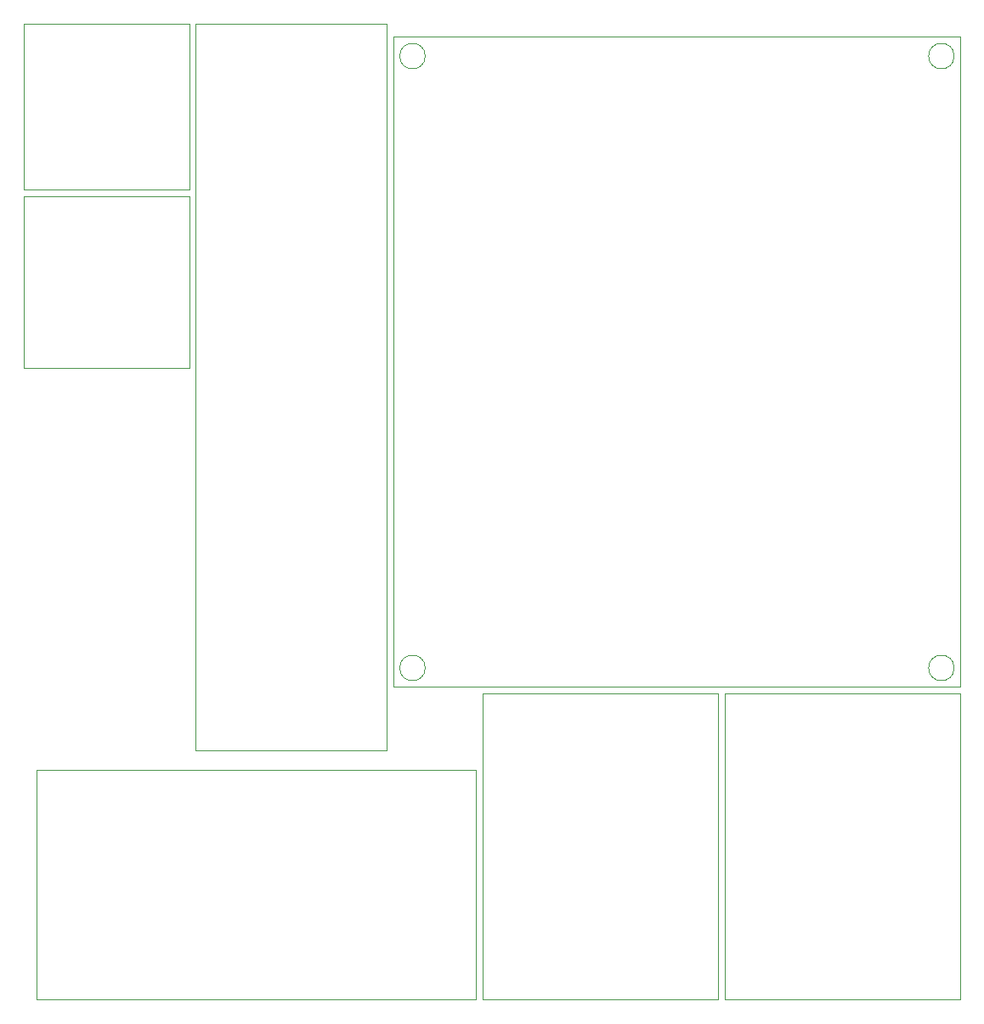
<source format=gbr>
G04 #@! TF.GenerationSoftware,KiCad,Pcbnew,(5.1.4-0-10_14)*
G04 #@! TF.CreationDate,2019-11-07T23:36:32+09:00*
G04 #@! TF.ProjectId,underwater,756e6465-7277-4617-9465-722e6b696361,rev?*
G04 #@! TF.SameCoordinates,Original*
G04 #@! TF.FileFunction,Profile,NP*
%FSLAX46Y46*%
G04 Gerber Fmt 4.6, Leading zero omitted, Abs format (unit mm)*
G04 Created by KiCad (PCBNEW (5.1.4-0-10_14)) date 2019-11-07 23:36:32*
%MOMM*%
%LPD*%
G04 APERTURE LIST*
%ADD10C,0.050000*%
G04 APERTURE END LIST*
D10*
X104775000Y-66167000D02*
X104775000Y-49022000D01*
X121285000Y-66167000D02*
X104775000Y-66167000D01*
X121285000Y-49022000D02*
X121285000Y-66167000D01*
X104775000Y-49022000D02*
X121285000Y-49022000D01*
X104775000Y-31877000D02*
X121285000Y-31877000D01*
X104775000Y-48387000D02*
X104775000Y-31877000D01*
X121285000Y-48387000D02*
X104775000Y-48387000D01*
X121285000Y-31877000D02*
X121285000Y-48387000D01*
X121920000Y-31877000D02*
X140970000Y-31877000D01*
X121920000Y-104267000D02*
X121920000Y-31877000D01*
X140970000Y-104267000D02*
X121920000Y-104267000D01*
X140970000Y-31877000D02*
X140970000Y-104267000D01*
X149860000Y-106172000D02*
X149860000Y-129032000D01*
X106045000Y-106172000D02*
X149860000Y-106172000D01*
X106045000Y-129032000D02*
X106045000Y-106172000D01*
X149860000Y-129032000D02*
X106045000Y-129032000D01*
X150495000Y-98552000D02*
X173990000Y-98552000D01*
X150495000Y-129032000D02*
X150495000Y-98552000D01*
X173990000Y-129032000D02*
X150495000Y-129032000D01*
X173990000Y-98552000D02*
X173990000Y-129032000D01*
X174625000Y-98552000D02*
X198120000Y-98552000D01*
X174625000Y-129032000D02*
X174625000Y-98552000D01*
X198120000Y-129032000D02*
X174625000Y-129032000D01*
X198120000Y-98552000D02*
X198120000Y-129032000D01*
X141605000Y-97917000D02*
X141605000Y-33147000D01*
X198120000Y-97917000D02*
X141605000Y-97917000D01*
X198120000Y-33147000D02*
X198120000Y-97917000D01*
X141605000Y-33147000D02*
X198120000Y-33147000D01*
X144780000Y-35052000D02*
G75*
G03X144780000Y-35052000I-1270000J0D01*
G01*
X197485000Y-35052000D02*
G75*
G03X197485000Y-35052000I-1270000J0D01*
G01*
X197485000Y-96012000D02*
G75*
G03X197485000Y-96012000I-1270000J0D01*
G01*
X144780000Y-96012000D02*
G75*
G03X144780000Y-96012000I-1270000J0D01*
G01*
M02*

</source>
